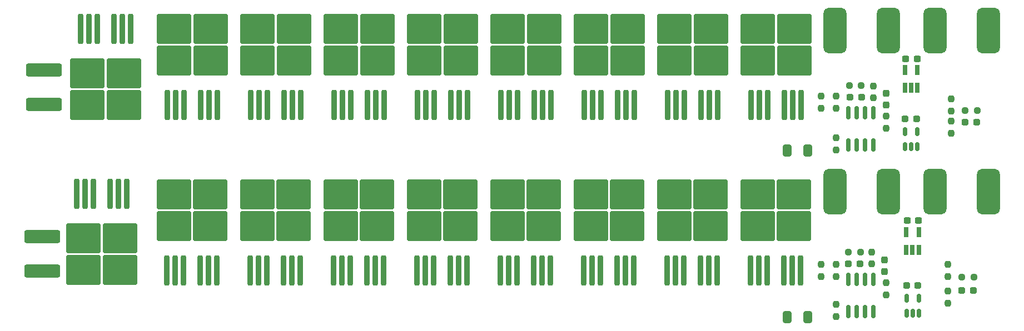
<source format=gbr>
%TF.GenerationSoftware,KiCad,Pcbnew,7.0.5*%
%TF.CreationDate,2025-04-03T03:30:24-04:00*%
%TF.ProjectId,fuck_it_stepper_2,6675636b-5f69-4745-9f73-746570706572,rev?*%
%TF.SameCoordinates,Original*%
%TF.FileFunction,Paste,Top*%
%TF.FilePolarity,Positive*%
%FSLAX46Y46*%
G04 Gerber Fmt 4.6, Leading zero omitted, Abs format (unit mm)*
G04 Created by KiCad (PCBNEW 7.0.5) date 2025-04-03 03:30:24*
%MOMM*%
%LPD*%
G01*
G04 APERTURE LIST*
G04 Aperture macros list*
%AMRoundRect*
0 Rectangle with rounded corners*
0 $1 Rounding radius*
0 $2 $3 $4 $5 $6 $7 $8 $9 X,Y pos of 4 corners*
0 Add a 4 corners polygon primitive as box body*
4,1,4,$2,$3,$4,$5,$6,$7,$8,$9,$2,$3,0*
0 Add four circle primitives for the rounded corners*
1,1,$1+$1,$2,$3*
1,1,$1+$1,$4,$5*
1,1,$1+$1,$6,$7*
1,1,$1+$1,$8,$9*
0 Add four rect primitives between the rounded corners*
20,1,$1+$1,$2,$3,$4,$5,0*
20,1,$1+$1,$4,$5,$6,$7,0*
20,1,$1+$1,$6,$7,$8,$9,0*
20,1,$1+$1,$8,$9,$2,$3,0*%
G04 Aperture macros list end*
%ADD10RoundRect,0.237500X0.250000X0.237500X-0.250000X0.237500X-0.250000X-0.237500X0.250000X-0.237500X0*%
%ADD11RoundRect,0.249999X2.450001X-0.737501X2.450001X0.737501X-2.450001X0.737501X-2.450001X-0.737501X0*%
%ADD12RoundRect,0.250000X-0.412500X-0.650000X0.412500X-0.650000X0.412500X0.650000X-0.412500X0.650000X0*%
%ADD13RoundRect,0.237500X0.300000X0.237500X-0.300000X0.237500X-0.300000X-0.237500X0.300000X-0.237500X0*%
%ADD14RoundRect,0.237500X0.237500X-0.250000X0.237500X0.250000X-0.237500X0.250000X-0.237500X-0.250000X0*%
%ADD15RoundRect,0.237500X-0.237500X0.250000X-0.237500X-0.250000X0.237500X-0.250000X0.237500X0.250000X0*%
%ADD16RoundRect,0.237500X-0.250000X-0.237500X0.250000X-0.237500X0.250000X0.237500X-0.250000X0.237500X0*%
%ADD17RoundRect,0.237500X0.287500X0.237500X-0.287500X0.237500X-0.287500X-0.237500X0.287500X-0.237500X0*%
%ADD18RoundRect,0.237500X0.237500X-0.287500X0.237500X0.287500X-0.237500X0.287500X-0.237500X-0.287500X0*%
%ADD19RoundRect,0.237500X-0.287500X-0.237500X0.287500X-0.237500X0.287500X0.237500X-0.287500X0.237500X0*%
%ADD20RoundRect,0.200000X0.200000X-2.100000X0.200000X2.100000X-0.200000X2.100000X-0.200000X-2.100000X0*%
%ADD21RoundRect,0.250000X2.375000X-2.025000X2.375000X2.025000X-2.375000X2.025000X-2.375000X-2.025000X0*%
%ADD22RoundRect,0.150000X-0.150000X0.825000X-0.150000X-0.825000X0.150000X-0.825000X0.150000X0.825000X0*%
%ADD23R,0.650000X1.560000*%
%ADD24RoundRect,0.150000X0.150000X-0.512500X0.150000X0.512500X-0.150000X0.512500X-0.150000X-0.512500X0*%
%ADD25RoundRect,0.200000X-0.200000X2.100000X-0.200000X-2.100000X0.200000X-2.100000X0.200000X2.100000X0*%
%ADD26RoundRect,0.250000X-2.375000X2.025000X-2.375000X-2.025000X2.375000X-2.025000X2.375000X2.025000X0*%
%ADD27RoundRect,0.875000X-0.875000X-2.625000X0.875000X-2.625000X0.875000X2.625000X-0.875000X2.625000X0*%
G04 APERTURE END LIST*
D10*
%TO.C,R11*%
X165147000Y-34036000D03*
X163322000Y-34036000D03*
%TD*%
D11*
%TO.C,C12*%
X40386000Y-62327500D03*
X40386000Y-57052500D03*
%TD*%
%TO.C,C5*%
X40640000Y-31652500D03*
X40640000Y-36927500D03*
%TD*%
D12*
%TO.C,C4*%
X153885500Y-69342000D03*
X157010500Y-69342000D03*
%TD*%
%TO.C,C3*%
X153885500Y-43942000D03*
X157010500Y-43942000D03*
%TD*%
D13*
%TO.C,C2*%
X173836500Y-54610000D03*
X172111500Y-54610000D03*
%TD*%
%TO.C,C1*%
X173642744Y-29918224D03*
X171917744Y-29918224D03*
%TD*%
D14*
%TO.C,R3*%
X161290000Y-63142500D03*
X161290000Y-61317500D03*
%TD*%
%TO.C,R1*%
X161290000Y-35663500D03*
X161290000Y-37488500D03*
%TD*%
D15*
%TO.C,R22*%
X178308000Y-65381500D03*
X178308000Y-67206500D03*
%TD*%
D14*
%TO.C,R21*%
X161290000Y-69238500D03*
X161290000Y-67413500D03*
%TD*%
D15*
%TO.C,R20*%
X178816000Y-39473500D03*
X178816000Y-41298500D03*
%TD*%
D14*
%TO.C,R19*%
X161290000Y-43838500D03*
X161290000Y-42013500D03*
%TD*%
D16*
%TO.C,R18*%
X182776500Y-37846000D03*
X180951500Y-37846000D03*
%TD*%
%TO.C,R17*%
X180443500Y-63246000D03*
X182268500Y-63246000D03*
%TD*%
D15*
%TO.C,R16*%
X166697302Y-59396183D03*
X166697302Y-61221183D03*
%TD*%
%TO.C,R15*%
X167013345Y-34072142D03*
X167013345Y-35897142D03*
%TD*%
D10*
%TO.C,R14*%
X164996500Y-59436000D03*
X163171500Y-59436000D03*
%TD*%
D14*
%TO.C,R10*%
X168910000Y-65936500D03*
X168910000Y-64111500D03*
%TD*%
%TO.C,R9*%
X168910000Y-40536500D03*
X168910000Y-38711500D03*
%TD*%
%TO.C,R6*%
X178308000Y-63142500D03*
X178308000Y-61317500D03*
%TD*%
%TO.C,R5*%
X178816000Y-37893000D03*
X178816000Y-36068000D03*
%TD*%
D17*
%TO.C,D8*%
X182739000Y-39624000D03*
X180989000Y-39624000D03*
%TD*%
%TO.C,D7*%
X182231000Y-65278000D03*
X180481000Y-65278000D03*
%TD*%
D18*
%TO.C,D6*%
X168656000Y-62343000D03*
X168656000Y-60593000D03*
%TD*%
%TO.C,D5*%
X168910000Y-36943000D03*
X168910000Y-35193000D03*
%TD*%
D17*
%TO.C,D4*%
X164959000Y-61214000D03*
X163209000Y-61214000D03*
%TD*%
%TO.C,D3*%
X165213000Y-35814000D03*
X163463000Y-35814000D03*
%TD*%
D19*
%TO.C,D2*%
X172036900Y-64500275D03*
X173786900Y-64500275D03*
%TD*%
%TO.C,D1*%
X171830970Y-39117065D03*
X173580970Y-39117065D03*
%TD*%
D20*
%TO.C,U10*%
X122898666Y-62206028D03*
X124168666Y-62206028D03*
X125438666Y-62206028D03*
D21*
X123933666Y-55481028D03*
X129483666Y-55481028D03*
X123933666Y-50631028D03*
X129483666Y-50631028D03*
D20*
X127978666Y-62206028D03*
X129248666Y-62206028D03*
X130518666Y-62206028D03*
%TD*%
%TO.C,U11*%
X135598666Y-62206028D03*
X136868666Y-62206028D03*
X138138666Y-62206028D03*
D21*
X136633666Y-55481028D03*
X142183666Y-55481028D03*
X136633666Y-50631028D03*
X142183666Y-50631028D03*
D20*
X140678666Y-62206028D03*
X141948666Y-62206028D03*
X143218666Y-62206028D03*
%TD*%
%TO.C,U8*%
X110198666Y-62206028D03*
X111468666Y-62206028D03*
X112738666Y-62206028D03*
D21*
X111233666Y-55481028D03*
X116783666Y-55481028D03*
X111233666Y-50631028D03*
X116783666Y-50631028D03*
D20*
X115278666Y-62206028D03*
X116548666Y-62206028D03*
X117818666Y-62206028D03*
%TD*%
%TO.C,U12*%
X148298666Y-62206028D03*
X149568666Y-62206028D03*
X150838666Y-62206028D03*
D21*
X149333666Y-55481028D03*
X154883666Y-55481028D03*
X149333666Y-50631028D03*
X154883666Y-50631028D03*
D20*
X153378666Y-62206028D03*
X154648666Y-62206028D03*
X155918666Y-62206028D03*
%TD*%
%TO.C,U6*%
X148355000Y-36975000D03*
X149625000Y-36975000D03*
X150895000Y-36975000D03*
D21*
X149390000Y-30250000D03*
X154940000Y-30250000D03*
X149390000Y-25400000D03*
X154940000Y-25400000D03*
D20*
X153435000Y-36975000D03*
X154705000Y-36975000D03*
X155975000Y-36975000D03*
%TD*%
%TO.C,U2*%
X110255000Y-36975000D03*
X111525000Y-36975000D03*
X112795000Y-36975000D03*
D21*
X111290000Y-30250000D03*
X116840000Y-30250000D03*
X111290000Y-25400000D03*
X116840000Y-25400000D03*
D20*
X115335000Y-36975000D03*
X116605000Y-36975000D03*
X117875000Y-36975000D03*
%TD*%
%TO.C,U4*%
X122955000Y-36975000D03*
X124225000Y-36975000D03*
X125495000Y-36975000D03*
D21*
X123990000Y-30250000D03*
X129540000Y-30250000D03*
X123990000Y-25400000D03*
X129540000Y-25400000D03*
D20*
X128035000Y-36975000D03*
X129305000Y-36975000D03*
X130575000Y-36975000D03*
%TD*%
%TO.C,U5*%
X135655000Y-36975000D03*
X136925000Y-36975000D03*
X138195000Y-36975000D03*
D21*
X136690000Y-30250000D03*
X142240000Y-30250000D03*
X136690000Y-25400000D03*
X142240000Y-25400000D03*
D20*
X140735000Y-36975000D03*
X142005000Y-36975000D03*
X143275000Y-36975000D03*
%TD*%
D22*
%TO.C,U16*%
X167005000Y-38165000D03*
X165735000Y-38165000D03*
X164465000Y-38165000D03*
X163195000Y-38165000D03*
X163195000Y-43115000D03*
X164465000Y-43115000D03*
X165735000Y-43115000D03*
X167005000Y-43115000D03*
%TD*%
D23*
%TO.C,U15*%
X171995158Y-59105538D03*
X172945158Y-59105538D03*
X173895158Y-59105538D03*
X173895158Y-56405538D03*
X171995158Y-56405538D03*
%TD*%
D24*
%TO.C,U14*%
X172024000Y-68701500D03*
X172974000Y-68701500D03*
X173924000Y-68701500D03*
X173924000Y-66426500D03*
X172024000Y-66426500D03*
%TD*%
%TO.C,U13*%
X171770000Y-43301500D03*
X172720000Y-43301500D03*
X173670000Y-43301500D03*
X173670000Y-41026500D03*
X171770000Y-41026500D03*
%TD*%
D20*
%TO.C,U12*%
X97498666Y-62206028D03*
X98768666Y-62206028D03*
X100038666Y-62206028D03*
X102578666Y-62206028D03*
X103848666Y-62206028D03*
X105118666Y-62206028D03*
D21*
X104083666Y-50631028D03*
X98533666Y-55481028D03*
X98533666Y-50631028D03*
X104083666Y-55481028D03*
%TD*%
D20*
%TO.C,U11*%
X84798666Y-62206028D03*
X86068666Y-62206028D03*
X87338666Y-62206028D03*
X89878666Y-62206028D03*
X91148666Y-62206028D03*
X92418666Y-62206028D03*
D21*
X91383666Y-50631028D03*
X85833666Y-55481028D03*
X85833666Y-50631028D03*
X91383666Y-55481028D03*
%TD*%
D20*
%TO.C,U10*%
X72098666Y-62206028D03*
X73368666Y-62206028D03*
X74638666Y-62206028D03*
X77178666Y-62206028D03*
X78448666Y-62206028D03*
X79718666Y-62206028D03*
D21*
X78683666Y-50631028D03*
X73133666Y-55481028D03*
X73133666Y-50631028D03*
X78683666Y-55481028D03*
%TD*%
D25*
%TO.C,U9*%
X53283666Y-50569146D03*
X52013666Y-50569146D03*
X50743666Y-50569146D03*
X48203666Y-50569146D03*
X46933666Y-50569146D03*
X45663666Y-50569146D03*
D26*
X46698666Y-62144146D03*
X52248666Y-57294146D03*
X52248666Y-62144146D03*
X46698666Y-57294146D03*
%TD*%
D20*
%TO.C,U8*%
X59398666Y-62206028D03*
X60668666Y-62206028D03*
X61938666Y-62206028D03*
X64478666Y-62206028D03*
X65748666Y-62206028D03*
X67018666Y-62206028D03*
D21*
X65983666Y-50631028D03*
X60433666Y-55481028D03*
X60433666Y-50631028D03*
X65983666Y-55481028D03*
%TD*%
D23*
%TO.C,U7*%
X171770000Y-34370000D03*
X172720000Y-34370000D03*
X173670000Y-34370000D03*
X173670000Y-31670000D03*
X171770000Y-31670000D03*
%TD*%
D20*
%TO.C,U6*%
X97555000Y-36975000D03*
X98825000Y-36975000D03*
X100095000Y-36975000D03*
X102635000Y-36975000D03*
X103905000Y-36975000D03*
X105175000Y-36975000D03*
D21*
X104140000Y-25400000D03*
X98590000Y-30250000D03*
X98590000Y-25400000D03*
X104140000Y-30250000D03*
%TD*%
D20*
%TO.C,U5*%
X84855000Y-36975000D03*
X86125000Y-36975000D03*
X87395000Y-36975000D03*
X89935000Y-36975000D03*
X91205000Y-36975000D03*
X92475000Y-36975000D03*
D21*
X91440000Y-25400000D03*
X85890000Y-30250000D03*
X85890000Y-25400000D03*
X91440000Y-30250000D03*
%TD*%
D20*
%TO.C,U4*%
X72155000Y-36975000D03*
X73425000Y-36975000D03*
X74695000Y-36975000D03*
X77235000Y-36975000D03*
X78505000Y-36975000D03*
X79775000Y-36975000D03*
D21*
X78740000Y-25400000D03*
X73190000Y-30250000D03*
X73190000Y-25400000D03*
X78740000Y-30250000D03*
%TD*%
D25*
%TO.C,U3*%
X53866275Y-25400000D03*
X52596275Y-25400000D03*
X51326275Y-25400000D03*
X48786275Y-25400000D03*
X47516275Y-25400000D03*
X46246275Y-25400000D03*
D26*
X47281275Y-36975000D03*
X52831275Y-32125000D03*
X52831275Y-36975000D03*
X47281275Y-32125000D03*
%TD*%
D20*
%TO.C,U2*%
X59455000Y-36975000D03*
X60725000Y-36975000D03*
X61995000Y-36975000D03*
X64535000Y-36975000D03*
X65805000Y-36975000D03*
X67075000Y-36975000D03*
D21*
X66040000Y-25400000D03*
X60490000Y-30250000D03*
X60490000Y-25400000D03*
X66040000Y-30250000D03*
%TD*%
D22*
%TO.C,U1*%
X166948666Y-63565000D03*
X165678666Y-63565000D03*
X164408666Y-63565000D03*
X163138666Y-63565000D03*
X163138666Y-68515000D03*
X164408666Y-68515000D03*
X165678666Y-68515000D03*
X166948666Y-68515000D03*
%TD*%
D27*
%TO.C,R13*%
X176411711Y-50176776D03*
X184514602Y-50176776D03*
%TD*%
%TO.C,R12*%
X176411710Y-25677550D03*
X184514601Y-25677550D03*
%TD*%
%TO.C,R8*%
X161171711Y-50176776D03*
X169274602Y-50176776D03*
%TD*%
%TO.C,R7*%
X161171710Y-25677550D03*
X169274601Y-25677550D03*
%TD*%
D14*
%TO.C,R4*%
X159004000Y-63142500D03*
X159004000Y-61317500D03*
%TD*%
%TO.C,R2*%
X159004000Y-37488500D03*
X159004000Y-35663500D03*
%TD*%
M02*

</source>
